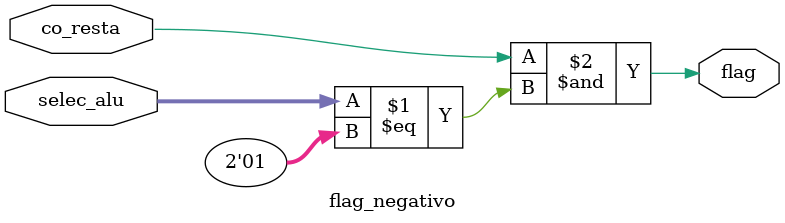
<source format=sv>
 module flag_negativo (input logic  co_resta,
							  input logic [1:0] selec_alu,
							  output logic flag );
					
assign flag = co_resta & (selec_alu==3'b001);

endmodule 
</source>
